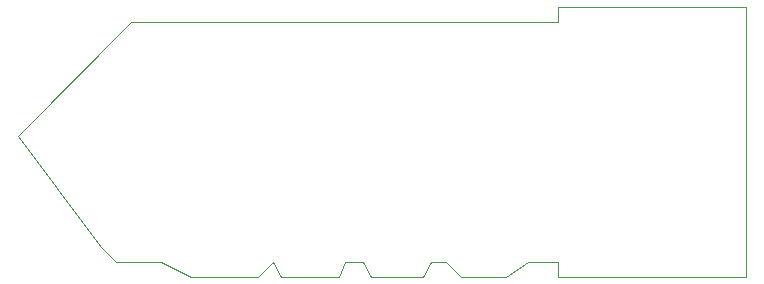
<source format=gbr>
G04 #@! TF.GenerationSoftware,KiCad,Pcbnew,(5.1.9-0-10_14)*
G04 #@! TF.CreationDate,2022-01-02T12:30:46-07:00*
G04 #@! TF.ProjectId,MS88SF2_01,4d533838-5346-4325-9f30-312e6b696361,rev?*
G04 #@! TF.SameCoordinates,Original*
G04 #@! TF.FileFunction,Profile,NP*
%FSLAX46Y46*%
G04 Gerber Fmt 4.6, Leading zero omitted, Abs format (unit mm)*
G04 Created by KiCad (PCBNEW (5.1.9-0-10_14)) date 2022-01-02 12:30:46*
%MOMM*%
%LPD*%
G01*
G04 APERTURE LIST*
G04 #@! TA.AperFunction,Profile*
%ADD10C,0.050000*%
G04 #@! TD*
G04 APERTURE END LIST*
D10*
X143256000Y-85090000D02*
X144780000Y-85090000D01*
X142748000Y-86360000D02*
X143256000Y-85090000D01*
X140970000Y-86360000D02*
X142748000Y-86360000D01*
X137795000Y-86360000D02*
X140970000Y-86360000D01*
X125095000Y-64770000D02*
X158750000Y-64770000D01*
X125095000Y-64770000D02*
X115595400Y-74396600D01*
X122555000Y-83820000D02*
X115595400Y-74396600D01*
X123825000Y-85090000D02*
X122555000Y-83820000D01*
X127635000Y-85090000D02*
X123825000Y-85090000D01*
X130175000Y-86360000D02*
X127635000Y-85090000D01*
X135890000Y-86360000D02*
X130175000Y-86360000D01*
X137160000Y-85090000D02*
X135890000Y-86360000D01*
X137795000Y-86360000D02*
X137160000Y-85090000D01*
X145415000Y-86360000D02*
X144780000Y-85090000D01*
X149860000Y-86360000D02*
X145415000Y-86360000D01*
X150495000Y-85090000D02*
X149860000Y-86360000D01*
X151765000Y-85090000D02*
X150495000Y-85090000D01*
X153035000Y-86360000D02*
X151765000Y-85090000D01*
X156845000Y-86360000D02*
X153035000Y-86360000D01*
X158750000Y-85090000D02*
X156845000Y-86360000D01*
X161290000Y-86360000D02*
X161290000Y-85725000D01*
X177165000Y-86360000D02*
X161290000Y-86360000D01*
X177165000Y-85725000D02*
X177165000Y-86360000D01*
X161290000Y-85090000D02*
X158750000Y-85090000D01*
X161290000Y-85725000D02*
X161290000Y-85090000D01*
X177165000Y-85090000D02*
X177165000Y-85725000D01*
X177165000Y-63500000D02*
X177165000Y-85090000D01*
X161290000Y-63500000D02*
X177165000Y-63500000D01*
X161290000Y-64770000D02*
X161290000Y-63500000D01*
X158750000Y-64770000D02*
X161290000Y-64770000D01*
M02*

</source>
